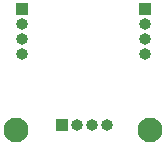
<source format=gbs>
%TF.GenerationSoftware,KiCad,Pcbnew,(6.0.9)*%
%TF.CreationDate,2023-01-19T16:03:38-06:00*%
%TF.ProjectId,LIS3MDL_DRV8833_Board,4c495333-4d44-44c5-9f44-525638383333,rev?*%
%TF.SameCoordinates,Original*%
%TF.FileFunction,Soldermask,Bot*%
%TF.FilePolarity,Negative*%
%FSLAX46Y46*%
G04 Gerber Fmt 4.6, Leading zero omitted, Abs format (unit mm)*
G04 Created by KiCad (PCBNEW (6.0.9)) date 2023-01-19 16:03:38*
%MOMM*%
%LPD*%
G01*
G04 APERTURE LIST*
%ADD10R,1.000000X1.000000*%
%ADD11O,1.000000X1.000000*%
%ADD12C,2.100000*%
G04 APERTURE END LIST*
D10*
%TO.C,J2*%
X100838000Y-107734000D03*
D11*
X100838000Y-109004000D03*
X100838000Y-110274000D03*
X100838000Y-111544000D03*
%TD*%
D10*
%TO.C,J3*%
X111252000Y-107734000D03*
D11*
X111252000Y-109004000D03*
X111252000Y-110274000D03*
X111252000Y-111544000D03*
%TD*%
D12*
%TO.C,H2*%
X111658400Y-118008400D03*
%TD*%
D10*
%TO.C,J1*%
X104272000Y-117602000D03*
D11*
X105542000Y-117602000D03*
X106812000Y-117602000D03*
X108082000Y-117602000D03*
%TD*%
D12*
%TO.C,H1*%
X100380800Y-118008400D03*
%TD*%
M02*

</source>
